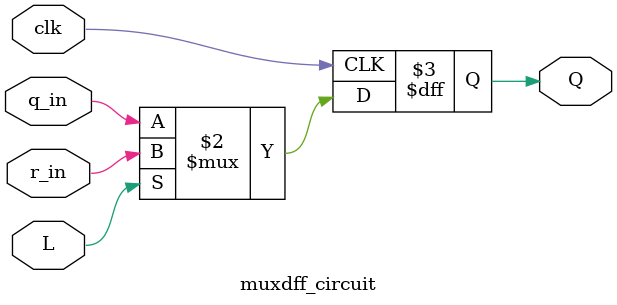
<source format=v>
module muxdff_circuit(
	input clk,
	input L,
	input r_in,
	input q_in,
	output reg Q
);
	always @(posedge clk) begin
		Q <= L ? r_in : q_in;
	end
endmodule 
</source>
